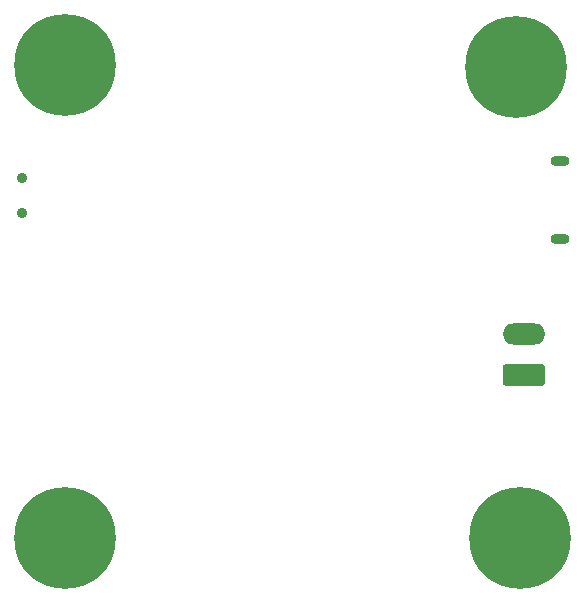
<source format=gbr>
%TF.GenerationSoftware,KiCad,Pcbnew,7.0.7*%
%TF.CreationDate,2023-08-28T01:03:24+03:00*%
%TF.ProjectId,STM32F405_Lesson_1,53544d33-3246-4343-9035-5f4c6573736f,rev?*%
%TF.SameCoordinates,Original*%
%TF.FileFunction,Soldermask,Bot*%
%TF.FilePolarity,Negative*%
%FSLAX46Y46*%
G04 Gerber Fmt 4.6, Leading zero omitted, Abs format (unit mm)*
G04 Created by KiCad (PCBNEW 7.0.7) date 2023-08-28 01:03:24*
%MOMM*%
%LPD*%
G01*
G04 APERTURE LIST*
G04 Aperture macros list*
%AMRoundRect*
0 Rectangle with rounded corners*
0 $1 Rounding radius*
0 $2 $3 $4 $5 $6 $7 $8 $9 X,Y pos of 4 corners*
0 Add a 4 corners polygon primitive as box body*
4,1,4,$2,$3,$4,$5,$6,$7,$8,$9,$2,$3,0*
0 Add four circle primitives for the rounded corners*
1,1,$1+$1,$2,$3*
1,1,$1+$1,$4,$5*
1,1,$1+$1,$6,$7*
1,1,$1+$1,$8,$9*
0 Add four rect primitives between the rounded corners*
20,1,$1+$1,$2,$3,$4,$5,0*
20,1,$1+$1,$4,$5,$6,$7,0*
20,1,$1+$1,$6,$7,$8,$9,0*
20,1,$1+$1,$8,$9,$2,$3,0*%
G04 Aperture macros list end*
%ADD10C,0.900000*%
%ADD11C,8.600000*%
%ADD12RoundRect,0.250000X1.550000X-0.650000X1.550000X0.650000X-1.550000X0.650000X-1.550000X-0.650000X0*%
%ADD13O,3.600000X1.800000*%
%ADD14O,1.600000X0.900000*%
G04 APERTURE END LIST*
D10*
%TO.C,H1*%
X101175000Y-46400000D03*
X102119581Y-44119581D03*
X102119581Y-48680419D03*
X104400000Y-43175000D03*
D11*
X104400000Y-46400000D03*
D10*
X104400000Y-49625000D03*
X106680419Y-44119581D03*
X106680419Y-48680419D03*
X107625000Y-46400000D03*
%TD*%
D12*
%TO.C,J1*%
X105142500Y-72532500D03*
D13*
X105142500Y-69032500D03*
%TD*%
D10*
%TO.C,H4*%
X62994581Y-86300000D03*
X63939162Y-84019581D03*
X63939162Y-88580419D03*
X66219581Y-83075000D03*
D11*
X66219581Y-86300000D03*
D10*
X66219581Y-89525000D03*
X68500000Y-84019581D03*
X68500000Y-88580419D03*
X69444581Y-86300000D03*
%TD*%
D14*
%TO.C,J5*%
X108195000Y-61000000D03*
X108195000Y-54400000D03*
%TD*%
D10*
%TO.C,SW1*%
X62645000Y-55800000D03*
X62645000Y-58800000D03*
%TD*%
%TO.C,H3*%
X62994581Y-46300000D03*
X63939162Y-44019581D03*
X63939162Y-48580419D03*
X66219581Y-43075000D03*
D11*
X66219581Y-46300000D03*
D10*
X66219581Y-49525000D03*
X68500000Y-44019581D03*
X68500000Y-48580419D03*
X69444581Y-46300000D03*
%TD*%
%TO.C,H2*%
X101525000Y-86300000D03*
X102469581Y-84019581D03*
X102469581Y-88580419D03*
X104750000Y-83075000D03*
D11*
X104750000Y-86300000D03*
D10*
X104750000Y-89525000D03*
X107030419Y-84019581D03*
X107030419Y-88580419D03*
X107975000Y-86300000D03*
%TD*%
M02*

</source>
